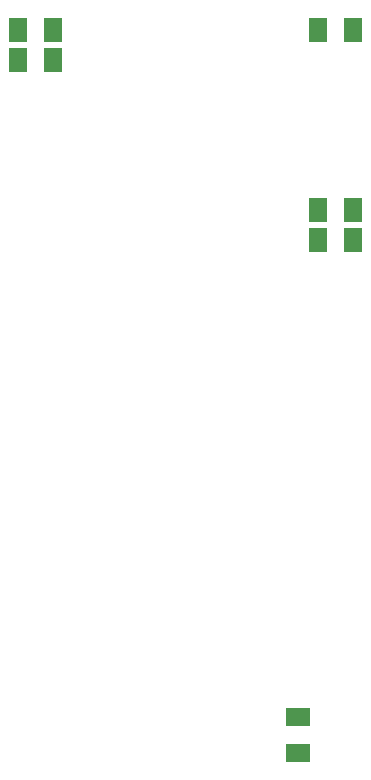
<source format=gbr>
G04 EAGLE Gerber RS-274X export*
G75*
%MOMM*%
%FSLAX34Y34*%
%LPD*%
%INSolderpaste Bottom*%
%IPPOS*%
%AMOC8*
5,1,8,0,0,1.08239X$1,22.5*%
G01*
%ADD10R,1.500000X2.000000*%
%ADD11R,2.000000X1.500000*%


D10*
X376950Y577850D03*
X346950Y577850D03*
X92950Y755650D03*
X122950Y755650D03*
X92950Y730250D03*
X122950Y730250D03*
X376950Y603250D03*
X346950Y603250D03*
D11*
X330200Y143750D03*
X330200Y173750D03*
D10*
X376950Y755650D03*
X346950Y755650D03*
M02*

</source>
